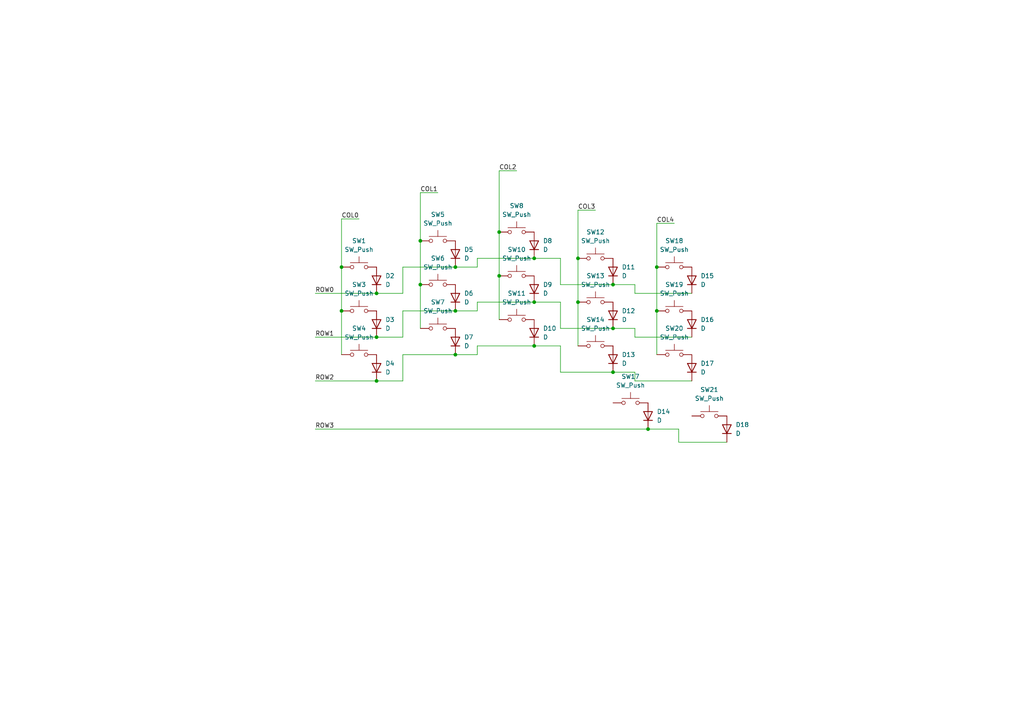
<source format=kicad_sch>
(kicad_sch (version 20250114) (generator "eeschema") (generator_version "9.0")
  (paper "A4")
  (lib_symbols
    (symbol "Device:D" (pin_numbers (hide yes)) (pin_names (offset 1.016) (hide yes))
      (property "Reference" "D" (at 0 2.54 0))
      (property "Value" "D" (at 0 -2.54 0))
      (symbol "D_0_1"
        (polyline (pts (xy -1.27 1.27) (xy -1.27 -1.27)) (stroke (width 0.254)))
        (polyline (pts (xy 1.27 1.27) (xy 1.27 -1.27) (xy -1.27 0) (xy 1.27 1.27)) (stroke (width 0.254)))
        (polyline (pts (xy 1.27 0) (xy -1.27 0)))
      )
      (symbol "D_1_1"
        (pin passive line (at -3.81 0 0) (length 2.54) (name "K") (number "1"))
        (pin passive line (at 3.81 0 180) (length 2.54) (name "A") (number "2"))
      )
    )
    (symbol "Switch:SW_Push" (pin_numbers (hide yes)) (pin_names (offset 1.016) (hide yes))
      (property "Reference" "SW" (at 1.27 2.54 0))
      (property "Value" "SW_Push" (at 0 -1.524 0))
      (symbol "SW_Push_0_1"
        (circle (center -2.032 0) (radius 0.508))
        (polyline (pts (xy 0 1.27) (xy 0 3.048)))
        (circle (center 2.032 0) (radius 0.508))
        (polyline (pts (xy 2.54 1.27) (xy -2.54 1.27)))
        (pin passive line (at -5.08 0 0) (length 2.54) (name "1") (number "1"))
        (pin passive line (at 5.08 0 180) (length 2.54) (name "2") (number "2"))
      )
    )
  )
  (junction (at 177.8 95.25))
  (junction (at 154.94 100.33))
  (junction (at 177.8 107.95))
  (junction (at 167.64 74.93))
  (junction (at 190.5 77.47))
  (junction (at 132.08 90.17))
  (junction (at 109.22 85.09))
  (junction (at 109.22 110.49))
  (junction (at 121.92 82.55))
  (junction (at 121.92 69.85))
  (junction (at 154.94 74.93))
  (junction (at 99.06 77.47))
  (junction (at 177.8 82.55))
  (junction (at 144.78 80.01))
  (junction (at 144.78 67.31))
  (junction (at 167.64 87.63))
  (junction (at 132.08 77.47))
  (junction (at 187.96 124.46))
  (junction (at 154.94 87.63))
  (junction (at 190.5 90.17))
  (junction (at 132.08 102.87))
  (junction (at 109.22 97.79))
  (junction (at 99.06 90.17))
  (wire (pts (xy 91.44 110.49) (xy 109.22 110.49)))
  (wire (pts (xy 132.08 77.47) (xy 138.43 77.47)))
  (wire (pts (xy 99.06 90.17) (xy 99.06 102.87)))
  (wire (pts (xy 91.44 124.46) (xy 187.96 124.46)))
  (wire (pts (xy 116.84 97.79) (xy 116.84 90.17)))
  (wire (pts (xy 116.84 110.49) (xy 116.84 102.87)))
  (wire (pts (xy 99.06 77.47) (xy 99.06 90.17)))
  (wire (pts (xy 121.92 55.88) (xy 127 55.88)))
  (wire (pts (xy 116.84 77.47) (xy 132.08 77.47)))
  (wire (pts (xy 109.22 85.09) (xy 116.84 85.09)))
  (wire (pts (xy 190.5 77.47) (xy 190.5 90.17)))
  (wire (pts (xy 138.43 77.47) (xy 138.43 74.93)))
  (wire (pts (xy 184.15 85.09) (xy 200.66 85.09)))
  (wire (pts (xy 190.5 64.77) (xy 195.58 64.77)))
  (wire (pts (xy 184.15 110.49) (xy 200.66 110.49)))
  (wire (pts (xy 184.15 97.79) (xy 200.66 97.79)))
  (wire (pts (xy 167.64 60.96) (xy 167.64 74.93)))
  (wire (pts (xy 167.64 87.63) (xy 167.64 100.33)))
  (wire (pts (xy 144.78 80.01) (xy 144.78 92.71)))
  (wire (pts (xy 162.56 100.33) (xy 162.56 107.95)))
  (wire (pts (xy 116.84 102.87) (xy 132.08 102.87)))
  (wire (pts (xy 144.78 49.53) (xy 149.86 49.53)))
  (wire (pts (xy 99.06 63.5) (xy 99.06 77.47)))
  (wire (pts (xy 162.56 87.63) (xy 162.56 95.25)))
  (wire (pts (xy 184.15 95.25) (xy 184.15 97.79)))
  (wire (pts (xy 162.56 82.55) (xy 177.8 82.55)))
  (wire (pts (xy 91.44 85.09) (xy 109.22 85.09)))
  (wire (pts (xy 210.82 128.27) (xy 196.85 128.27)))
  (wire (pts (xy 184.15 107.95) (xy 184.15 110.49)))
  (wire (pts (xy 167.64 74.93) (xy 167.64 87.63)))
  (wire (pts (xy 167.64 60.96) (xy 172.72 60.96)))
  (wire (pts (xy 138.43 74.93) (xy 154.94 74.93)))
  (wire (pts (xy 138.43 102.87) (xy 138.43 100.33)))
  (wire (pts (xy 144.78 67.31) (xy 144.78 80.01)))
  (wire (pts (xy 162.56 95.25) (xy 177.8 95.25)))
  (wire (pts (xy 138.43 90.17) (xy 138.43 87.63)))
  (wire (pts (xy 116.84 85.09) (xy 116.84 77.47)))
  (wire (pts (xy 190.5 64.77) (xy 190.5 77.47)))
  (wire (pts (xy 184.15 82.55) (xy 184.15 85.09)))
  (wire (pts (xy 116.84 90.17) (xy 132.08 90.17)))
  (wire (pts (xy 154.94 100.33) (xy 162.56 100.33)))
  (wire (pts (xy 196.85 128.27) (xy 196.85 124.46)))
  (wire (pts (xy 154.94 74.93) (xy 162.56 74.93)))
  (wire (pts (xy 121.92 82.55) (xy 121.92 95.25)))
  (wire (pts (xy 109.22 97.79) (xy 116.84 97.79)))
  (wire (pts (xy 121.92 55.88) (xy 121.92 69.85)))
  (wire (pts (xy 144.78 49.53) (xy 144.78 67.31)))
  (wire (pts (xy 177.8 95.25) (xy 184.15 95.25)))
  (wire (pts (xy 91.44 97.79) (xy 109.22 97.79)))
  (wire (pts (xy 162.56 74.93) (xy 162.56 82.55)))
  (wire (pts (xy 154.94 87.63) (xy 162.56 87.63)))
  (wire (pts (xy 177.8 82.55) (xy 184.15 82.55)))
  (wire (pts (xy 162.56 107.95) (xy 177.8 107.95)))
  (wire (pts (xy 132.08 102.87) (xy 138.43 102.87)))
  (wire (pts (xy 138.43 100.33) (xy 154.94 100.33)))
  (wire (pts (xy 138.43 87.63) (xy 154.94 87.63)))
  (wire (pts (xy 99.06 63.5) (xy 104.14 63.5)))
  (wire (pts (xy 121.92 69.85) (xy 121.92 82.55)))
  (wire (pts (xy 177.8 107.95) (xy 184.15 107.95)))
  (wire (pts (xy 190.5 90.17) (xy 190.5 102.87)))
  (wire (pts (xy 132.08 90.17) (xy 138.43 90.17)))
  (wire (pts (xy 187.96 124.46) (xy 196.85 124.46)))
  (wire (pts (xy 109.22 110.49) (xy 116.84 110.49)))
  (label "COL2" (at 144.78 49.53 0))
  (label "ROW3" (at 91.44 124.46 0))
  (label "ROW2" (at 91.44 110.49 0))
  (label "COL0" (at 99.06 63.5 0))
  (label "COL3" (at 167.64 60.96 0))
  (label "COL1" (at 121.92 55.88 0))
  (label "ROW0" (at 91.44 85.09 0))
  (label "COL4" (at 190.5 64.77 0))
  (label "ROW1" (at 91.44 97.79 0))
  (symbol (lib_id "Device:D") (at 154.94 83.82 90) (unit 1)
    (property "Reference" "D9" (at 157.48 82.5499 90) (effects (justify right)))
    (property "Value" "D" (at 157.48 85.0899 90) (effects (justify right)))
    (property "Description" "Diode" (effects (hide yes)))
    (property "Sim.Device" "D" (effects (hide yes)))
    (property "Sim.Pins" "1=K 2=A" (effects (hide yes)))
  )
  (symbol (lib_id "Device:D") (at 109.22 106.68 90) (unit 1)
    (property "Reference" "D4" (at 111.76 105.4099 90) (effects (justify right)))
    (property "Value" "D" (at 111.76 107.9499 90) (effects (justify right)))
    (property "Description" "Diode" (effects (hide yes)))
    (property "Sim.Device" "D" (effects (hide yes)))
    (property "Sim.Pins" "1=K 2=A" (effects (hide yes)))
  )
  (symbol (lib_id "Switch:SW_Push") (at 127 82.55 0) (unit 1)
    (property "Reference" "SW6" (at 127 74.93 0))
    (property "Value" "SW_Push" (at 127 77.47 0))
    (property "Footprint" "PCM_marbastlib-choc:SW_choc_v1_1u" (effects (hide yes)))
    (property "Description" "Push button switch, generic, two pins" (effects (hide yes)))
  )
  (symbol (lib_id "Switch:SW_Push") (at 195.58 102.87 0) (unit 1)
    (property "Reference" "SW20" (at 195.58 95.25 0))
    (property "Value" "SW_Push" (at 195.58 97.79 0))
    (property "Footprint" "PCM_marbastlib-choc:SW_choc_v1_1u" (effects (hide yes)))
    (property "Description" "Push button switch, generic, two pins" (effects (hide yes)))
  )
  (symbol (lib_id "Switch:SW_Push") (at 149.86 67.31 0) (unit 1)
    (property "Reference" "SW8" (at 149.86 59.69 0))
    (property "Value" "SW_Push" (at 149.86 62.23 0))
    (property "Footprint" "PCM_marbastlib-choc:SW_choc_v1_1u" (effects (hide yes)))
    (property "Description" "Push button switch, generic, two pins" (effects (hide yes)))
  )
  (symbol (lib_id "Device:D") (at 200.66 106.68 90) (unit 1)
    (property "Reference" "D17" (at 203.2 105.4099 90) (effects (justify right)))
    (property "Value" "D" (at 203.2 107.9499 90) (effects (justify right)))
    (property "Description" "Diode" (effects (hide yes)))
    (property "Sim.Device" "D" (effects (hide yes)))
    (property "Sim.Pins" "1=K 2=A" (effects (hide yes)))
  )
  (symbol (lib_id "Switch:SW_Push") (at 104.14 90.17 0) (unit 1)
    (property "Reference" "SW3" (at 104.14 82.55 0))
    (property "Value" "SW_Push" (at 104.14 85.09 0))
    (property "Footprint" "PCM_marbastlib-choc:SW_choc_v1_1u" (effects (hide yes)))
    (property "Description" "Push button switch, generic, two pins" (effects (hide yes)))
  )
  (symbol (lib_id "Device:D") (at 200.66 93.98 90) (unit 1)
    (property "Reference" "D16" (at 203.2 92.7099 90) (effects (justify right)))
    (property "Value" "D" (at 203.2 95.2499 90) (effects (justify right)))
    (property "Description" "Diode" (effects (hide yes)))
    (property "Sim.Device" "D" (effects (hide yes)))
    (property "Sim.Pins" "1=K 2=A" (effects (hide yes)))
  )
  (symbol (lib_id "Device:D") (at 154.94 71.12 90) (unit 1)
    (property "Reference" "D8" (at 157.48 69.8499 90) (effects (justify right)))
    (property "Value" "D" (at 157.48 72.3899 90) (effects (justify right)))
    (property "Description" "Diode" (effects (hide yes)))
    (property "Sim.Device" "D" (effects (hide yes)))
    (property "Sim.Pins" "1=K 2=A" (effects (hide yes)))
  )
  (symbol (lib_id "Switch:SW_Push") (at 172.72 74.93 0) (unit 1)
    (property "Reference" "SW12" (at 172.72 67.31 0))
    (property "Value" "SW_Push" (at 172.72 69.85 0))
    (property "Footprint" "PCM_marbastlib-choc:SW_choc_v1_1u" (effects (hide yes)))
    (property "Description" "Push button switch, generic, two pins" (effects (hide yes)))
  )
  (symbol (lib_id "Device:D") (at 210.82 124.46 90) (unit 1)
    (property "Reference" "D18" (at 213.36 123.1899 90) (effects (justify right)))
    (property "Value" "D" (at 213.36 125.7299 90) (effects (justify right)))
    (property "Description" "Diode" (effects (hide yes)))
    (property "Sim.Device" "D" (effects (hide yes)))
    (property "Sim.Pins" "1=K 2=A" (effects (hide yes)))
  )
  (symbol (lib_id "Device:D") (at 154.94 96.52 90) (unit 1)
    (property "Reference" "D10" (at 157.48 95.2499 90) (effects (justify right)))
    (property "Value" "D" (at 157.48 97.7899 90) (effects (justify right)))
    (property "Description" "Diode" (effects (hide yes)))
    (property "Sim.Device" "D" (effects (hide yes)))
    (property "Sim.Pins" "1=K 2=A" (effects (hide yes)))
  )
  (symbol (lib_id "Switch:SW_Push") (at 149.86 92.71 0) (unit 1)
    (property "Reference" "SW11" (at 149.86 85.09 0))
    (property "Value" "SW_Push" (at 149.86 87.63 0))
    (property "Footprint" "PCM_marbastlib-choc:SW_choc_v1_1u" (effects (hide yes)))
    (property "Description" "Push button switch, generic, two pins" (effects (hide yes)))
  )
  (symbol (lib_id "Device:D") (at 132.08 99.06 90) (unit 1)
    (property "Reference" "D7" (at 134.62 97.7899 90) (effects (justify right)))
    (property "Value" "D" (at 134.62 100.3299 90) (effects (justify right)))
    (property "Description" "Diode" (effects (hide yes)))
    (property "Sim.Device" "D" (effects (hide yes)))
    (property "Sim.Pins" "1=K 2=A" (effects (hide yes)))
  )
  (symbol (lib_id "Switch:SW_Push") (at 205.74 120.65 0) (unit 1)
    (property "Reference" "SW21" (at 205.74 113.03 0))
    (property "Value" "SW_Push" (at 205.74 115.57 0))
    (property "Footprint" "PCM_marbastlib-choc:SW_choc_v1_1u" (effects (hide yes)))
    (property "Description" "Push button switch, generic, two pins" (effects (hide yes)))
  )
  (symbol (lib_id "Switch:SW_Push") (at 172.72 100.33 0) (unit 1)
    (property "Reference" "SW14" (at 172.72 92.71 0))
    (property "Value" "SW_Push" (at 172.72 95.25 0))
    (property "Footprint" "PCM_marbastlib-choc:SW_choc_v1_1u" (effects (hide yes)))
    (property "Description" "Push button switch, generic, two pins" (effects (hide yes)))
  )
  (symbol (lib_id "Device:D") (at 177.8 104.14 90) (unit 1)
    (property "Reference" "D13" (at 180.34 102.8699 90) (effects (justify right)))
    (property "Value" "D" (at 180.34 105.4099 90) (effects (justify right)))
    (property "Description" "Diode" (effects (hide yes)))
    (property "Sim.Device" "D" (effects (hide yes)))
    (property "Sim.Pins" "1=K 2=A" (effects (hide yes)))
  )
  (symbol (lib_id "Switch:SW_Push") (at 127 69.85 0) (unit 1)
    (property "Reference" "SW5" (at 127 62.23 0))
    (property "Value" "SW_Push" (at 127 64.77 0))
    (property "Footprint" "PCM_marbastlib-choc:SW_choc_v1_1u" (effects (hide yes)))
    (property "Description" "Push button switch, generic, two pins" (effects (hide yes)))
  )
  (symbol (lib_id "Device:D") (at 200.66 81.28 90) (unit 1)
    (property "Reference" "D15" (at 203.2 80.0099 90) (effects (justify right)))
    (property "Value" "D" (at 203.2 82.5499 90) (effects (justify right)))
    (property "Description" "Diode" (effects (hide yes)))
    (property "Sim.Device" "D" (effects (hide yes)))
    (property "Sim.Pins" "1=K 2=A" (effects (hide yes)))
  )
  (symbol (lib_id "Device:D") (at 177.8 91.44 90) (unit 1)
    (property "Reference" "D12" (at 180.34 90.1699 90) (effects (justify right)))
    (property "Value" "D" (at 180.34 92.7099 90) (effects (justify right)))
    (property "Description" "Diode" (effects (hide yes)))
    (property "Sim.Device" "D" (effects (hide yes)))
    (property "Sim.Pins" "1=K 2=A" (effects (hide yes)))
  )
  (symbol (lib_id "Switch:SW_Push") (at 182.88 116.84 0) (unit 1)
    (property "Reference" "SW17" (at 182.88 109.22 0))
    (property "Value" "SW_Push" (at 182.88 111.76 0))
    (property "Footprint" "PCM_marbastlib-choc:SW_choc_v1_1u" (effects (hide yes)))
    (property "Description" "Push button switch, generic, two pins" (effects (hide yes)))
  )
  (symbol (lib_id "Device:D") (at 187.96 120.65 90) (unit 1)
    (property "Reference" "D14" (at 190.5 119.3799 90) (effects (justify right)))
    (property "Value" "D" (at 190.5 121.9199 90) (effects (justify right)))
    (property "Description" "Diode" (effects (hide yes)))
    (property "Sim.Device" "D" (effects (hide yes)))
    (property "Sim.Pins" "1=K 2=A" (effects (hide yes)))
  )
  (symbol (lib_id "Device:D") (at 109.22 81.28 90) (unit 1)
    (property "Reference" "D2" (at 111.76 80.0099 90) (effects (justify right)))
    (property "Value" "D" (at 111.76 82.5499 90) (effects (justify right)))
    (property "Description" "Diode" (effects (hide yes)))
    (property "Sim.Device" "D" (effects (hide yes)))
    (property "Sim.Pins" "1=K 2=A" (effects (hide yes)))
  )
  (symbol (lib_id "Switch:SW_Push") (at 149.86 80.01 0) (unit 1)
    (property "Reference" "SW10" (at 149.86 72.39 0))
    (property "Value" "SW_Push" (at 149.86 74.93 0))
    (property "Footprint" "PCM_marbastlib-choc:SW_choc_v1_1u" (effects (hide yes)))
    (property "Description" "Push button switch, generic, two pins" (effects (hide yes)))
  )
  (symbol (lib_id "Device:D") (at 177.8 78.74 90) (unit 1)
    (property "Reference" "D11" (at 180.34 77.4699 90) (effects (justify right)))
    (property "Value" "D" (at 180.34 80.0099 90) (effects (justify right)))
    (property "Description" "Diode" (effects (hide yes)))
    (property "Sim.Device" "D" (effects (hide yes)))
    (property "Sim.Pins" "1=K 2=A" (effects (hide yes)))
  )
  (symbol (lib_id "Switch:SW_Push") (at 172.72 87.63 0) (unit 1)
    (property "Reference" "SW13" (at 172.72 80.01 0))
    (property "Value" "SW_Push" (at 172.72 82.55 0))
    (property "Footprint" "PCM_marbastlib-choc:SW_choc_v1_1u" (effects (hide yes)))
    (property "Description" "Push button switch, generic, two pins" (effects (hide yes)))
  )
  (symbol (lib_id "Switch:SW_Push") (at 104.14 102.87 0) (unit 1)
    (property "Reference" "SW4" (at 104.14 95.25 0))
    (property "Value" "SW_Push" (at 104.14 97.79 0))
    (property "Footprint" "PCM_marbastlib-choc:SW_choc_v1_1u" (effects (hide yes)))
    (property "Description" "Push button switch, generic, two pins" (effects (hide yes)))
  )
  (symbol (lib_id "Switch:SW_Push") (at 195.58 77.47 0) (unit 1)
    (property "Reference" "SW18" (at 195.58 69.85 0))
    (property "Value" "SW_Push" (at 195.58 72.39 0))
    (property "Footprint" "PCM_marbastlib-choc:SW_choc_v1_1u" (effects (hide yes)))
    (property "Description" "Push button switch, generic, two pins" (effects (hide yes)))
  )
  (symbol (lib_id "Switch:SW_Push") (at 104.14 77.47 0) (unit 1)
    (property "Reference" "SW1" (at 104.14 69.85 0))
    (property "Value" "SW_Push" (at 104.14 72.39 0))
    (property "Footprint" "PCM_marbastlib-choc:SW_choc_v1_1u" (effects (hide yes)))
    (property "Description" "Push button switch, generic, two pins" (effects (hide yes)))
  )
  (symbol (lib_id "Switch:SW_Push") (at 127 95.25 0) (unit 1)
    (property "Reference" "SW7" (at 127 87.63 0))
    (property "Value" "SW_Push" (at 127 90.17 0))
    (property "Footprint" "PCM_marbastlib-choc:SW_choc_v1_1u" (effects (hide yes)))
    (property "Description" "Push button switch, generic, two pins" (effects (hide yes)))
  )
  (symbol (lib_id "Device:D") (at 109.22 93.98 90) (unit 1)
    (property "Reference" "D3" (at 111.76 92.7099 90) (effects (justify right)))
    (property "Value" "D" (at 111.76 95.2499 90) (effects (justify right)))
    (property "Description" "Diode" (effects (hide yes)))
    (property "Sim.Device" "D" (effects (hide yes)))
    (property "Sim.Pins" "1=K 2=A" (effects (hide yes)))
  )
  (symbol (lib_id "Device:D") (at 132.08 86.36 90) (unit 1)
    (property "Reference" "D6" (at 134.62 85.0899 90) (effects (justify right)))
    (property "Value" "D" (at 134.62 87.6299 90) (effects (justify right)))
    (property "Description" "Diode" (effects (hide yes)))
    (property "Sim.Device" "D" (effects (hide yes)))
    (property "Sim.Pins" "1=K 2=A" (effects (hide yes)))
  )
  (symbol (lib_id "Switch:SW_Push") (at 195.58 90.17 0) (unit 1)
    (property "Reference" "SW19" (at 195.58 82.55 0))
    (property "Value" "SW_Push" (at 195.58 85.09 0))
    (property "Footprint" "PCM_marbastlib-choc:SW_choc_v1_1u" (effects (hide yes)))
    (property "Description" "Push button switch, generic, two pins" (effects (hide yes)))
  )
  (symbol (lib_id "Device:D") (at 132.08 73.66 90) (unit 1)
    (property "Reference" "D5" (at 134.62 72.3899 90) (effects (justify right)))
    (property "Value" "D" (at 134.62 74.9299 90) (effects (justify right)))
    (property "Description" "Diode" (effects (hide yes)))
    (property "Sim.Device" "D" (effects (hide yes)))
    (property "Sim.Pins" "1=K 2=A" (effects (hide yes)))
  )
)
</source>
